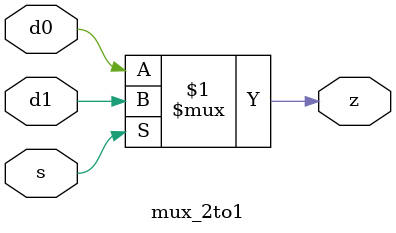
<source format=v>
`timescale 1ns / 1ps


module mux_2to1(s, d0, d1, z);

input s, d0, d1;            // deklarimi i inputave
output z;                   // deklarimi i 'z' si output

assign z = s ? d1 : d0;     // dalja
endmodule

</source>
